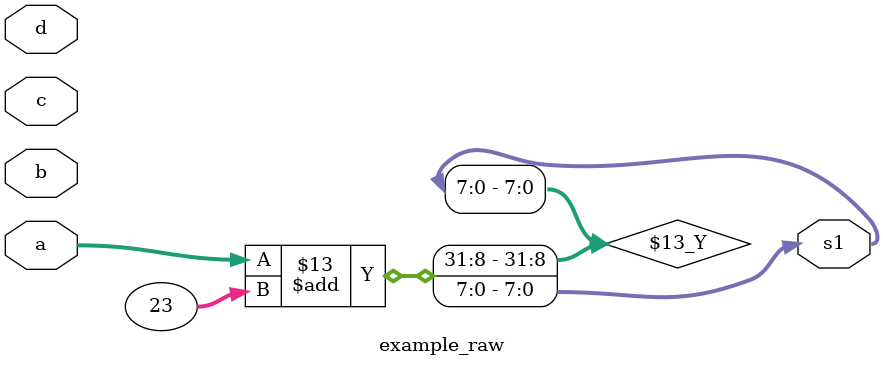
<source format=v>
module example_raw
#(  parameter       BW = 8)
(
    input [BW-1:0] a,
    input [BW-1:0] b,
    input [BW-1:0] c,
    input [BW-1:0] d,
    output [BW-1:0] s1
);
    assign s2 = a * b;
    assign s3 = a % b +d;
    assign s4 = c + d + b * a;
    assign s5 = a - b;
    assign s6 = (b + 1) * a + d + c -b;
    assign s1 = a + 23;
endmodule
</source>
